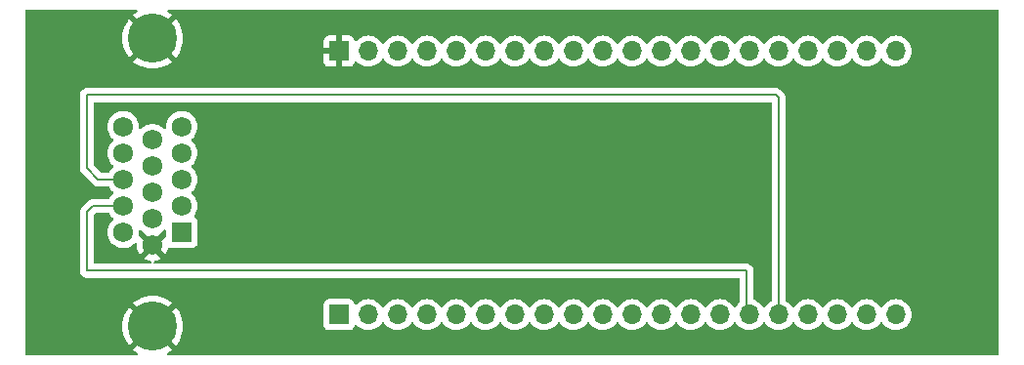
<source format=gbl>
G04 #@! TF.GenerationSoftware,KiCad,Pcbnew,8.0.9-8.0.9-0~ubuntu20.04.1*
G04 #@! TF.CreationDate,2025-04-23T19:07:15+01:00*
G04 #@! TF.ProjectId,ggroohauga-amplifier,6767726f-6f68-4617-9567-612d616d706c,rev?*
G04 #@! TF.SameCoordinates,Original*
G04 #@! TF.FileFunction,Copper,L2,Bot*
G04 #@! TF.FilePolarity,Positive*
%FSLAX46Y46*%
G04 Gerber Fmt 4.6, Leading zero omitted, Abs format (unit mm)*
G04 Created by KiCad (PCBNEW 8.0.9-8.0.9-0~ubuntu20.04.1) date 2025-04-23 19:07:15*
%MOMM*%
%LPD*%
G01*
G04 APERTURE LIST*
G04 #@! TA.AperFunction,ComponentPad*
%ADD10R,1.700000X1.700000*%
G04 #@! TD*
G04 #@! TA.AperFunction,ComponentPad*
%ADD11O,1.700000X1.700000*%
G04 #@! TD*
G04 #@! TA.AperFunction,ComponentPad*
%ADD12C,4.266000*%
G04 #@! TD*
G04 #@! TA.AperFunction,ComponentPad*
%ADD13R,1.725000X1.725000*%
G04 #@! TD*
G04 #@! TA.AperFunction,ComponentPad*
%ADD14C,1.725000*%
G04 #@! TD*
G04 #@! TA.AperFunction,Conductor*
%ADD15C,0.200000*%
G04 #@! TD*
G04 APERTURE END LIST*
D10*
X81534000Y-54610000D03*
D11*
X84074000Y-54610000D03*
X86614000Y-54610000D03*
X89154000Y-54610000D03*
X91694000Y-54610000D03*
X94234000Y-54610000D03*
X96774000Y-54610000D03*
X99314000Y-54610000D03*
X101854000Y-54610000D03*
X104394000Y-54610000D03*
X106934000Y-54610000D03*
X109474000Y-54610000D03*
X112014000Y-54610000D03*
X114554000Y-54610000D03*
X117094000Y-54610000D03*
X119634000Y-54610000D03*
X122174000Y-54610000D03*
X124714000Y-54610000D03*
X127254000Y-54610000D03*
X129794000Y-54610000D03*
D10*
X81534000Y-77470000D03*
D11*
X84074000Y-77470000D03*
X86614000Y-77470000D03*
X89154000Y-77470000D03*
X91694000Y-77470000D03*
X94234000Y-77470000D03*
X96774000Y-77470000D03*
X99314000Y-77470000D03*
X101854000Y-77470000D03*
X104394000Y-77470000D03*
X106934000Y-77470000D03*
X109474000Y-77470000D03*
X112014000Y-77470000D03*
X114554000Y-77470000D03*
X117094000Y-77470000D03*
X119634000Y-77470000D03*
X122174000Y-77470000D03*
X124714000Y-77470000D03*
X127254000Y-77470000D03*
X129794000Y-77470000D03*
D12*
X65379600Y-53494200D03*
X65379600Y-78484200D03*
D13*
X67919600Y-70319200D03*
D14*
X67919600Y-68029200D03*
X67919600Y-65739200D03*
X67919600Y-63449200D03*
X67919600Y-61159200D03*
X65379600Y-71464200D03*
X65379600Y-69174200D03*
X65379600Y-66884200D03*
X65379600Y-64594200D03*
X65379600Y-62304200D03*
X62839600Y-70319200D03*
X62839600Y-68029200D03*
X62839600Y-65739200D03*
X62839600Y-63449200D03*
X62839600Y-61159200D03*
D15*
X59690000Y-58420000D02*
X59690000Y-64770000D01*
X60665000Y-65745000D02*
X60670800Y-65739200D01*
X60670800Y-65739200D02*
X62839600Y-65739200D01*
X119634000Y-58674000D02*
X119380000Y-58420000D01*
X59690000Y-64770000D02*
X60665000Y-65745000D01*
X119634000Y-77470000D02*
X119634000Y-58674000D01*
X119380000Y-58420000D02*
X59690000Y-58420000D01*
X60240800Y-68029200D02*
X59690000Y-68580000D01*
X59690000Y-68580000D02*
X59690000Y-73660000D01*
X116840000Y-77470000D02*
X117094000Y-77470000D01*
X116840000Y-73660000D02*
X116840000Y-77470000D01*
X59690000Y-73660000D02*
X116840000Y-73660000D01*
X62839600Y-68029200D02*
X60240800Y-68029200D01*
G04 #@! TA.AperFunction,Conductor*
G36*
X118976539Y-59040185D02*
G01*
X119022294Y-59092989D01*
X119033500Y-59144500D01*
X119033500Y-76180908D01*
X119013815Y-76247947D01*
X118961914Y-76293286D01*
X118956173Y-76295963D01*
X118956169Y-76295965D01*
X118762597Y-76431505D01*
X118595505Y-76598597D01*
X118465575Y-76784158D01*
X118410998Y-76827783D01*
X118341500Y-76834977D01*
X118279145Y-76803454D01*
X118262425Y-76784158D01*
X118132494Y-76598597D01*
X117965402Y-76431506D01*
X117965395Y-76431501D01*
X117963651Y-76430280D01*
X117888518Y-76377671D01*
X117771834Y-76295967D01*
X117771830Y-76295965D01*
X117557667Y-76196099D01*
X117557663Y-76196097D01*
X117532402Y-76189328D01*
X117472745Y-76152964D01*
X117442217Y-76090117D01*
X117440500Y-76069555D01*
X117440500Y-73580945D01*
X117440500Y-73580943D01*
X117399577Y-73428216D01*
X117399573Y-73428209D01*
X117320524Y-73291290D01*
X117320518Y-73291282D01*
X117208717Y-73179481D01*
X117208709Y-73179475D01*
X117071790Y-73100426D01*
X117071786Y-73100424D01*
X117071784Y-73100423D01*
X116919057Y-73059500D01*
X116919056Y-73059500D01*
X65593865Y-73059500D01*
X65526826Y-73039815D01*
X65481071Y-72987011D01*
X65471127Y-72917853D01*
X65500152Y-72854297D01*
X65558930Y-72816523D01*
X65573456Y-72813191D01*
X65715222Y-72789534D01*
X65928781Y-72716219D01*
X65928787Y-72716217D01*
X66127372Y-72608747D01*
X66127375Y-72608745D01*
X66151676Y-72589830D01*
X65570246Y-72008400D01*
X65601542Y-72000015D01*
X65732658Y-71924315D01*
X65839715Y-71817258D01*
X65915415Y-71686142D01*
X65923800Y-71654846D01*
X66503693Y-72234740D01*
X66581987Y-72114904D01*
X66581992Y-72114896D01*
X66672692Y-71908119D01*
X66716395Y-71735543D01*
X66751935Y-71675387D01*
X66814355Y-71643995D01*
X66879934Y-71649801D01*
X66949617Y-71675791D01*
X66949616Y-71675791D01*
X66956544Y-71676535D01*
X67009227Y-71682200D01*
X68829972Y-71682199D01*
X68889583Y-71675791D01*
X69024431Y-71625496D01*
X69139646Y-71539246D01*
X69225896Y-71424031D01*
X69276191Y-71289183D01*
X69282600Y-71229573D01*
X69282599Y-69408828D01*
X69276191Y-69349217D01*
X69225896Y-69214369D01*
X69225895Y-69214368D01*
X69225893Y-69214364D01*
X69139647Y-69099155D01*
X69037361Y-69022583D01*
X68995491Y-68966649D01*
X68990507Y-68896958D01*
X69007863Y-68855497D01*
X69122431Y-68680139D01*
X69213167Y-68473282D01*
X69268618Y-68254311D01*
X69281448Y-68099478D01*
X69287271Y-68029205D01*
X69287271Y-68029194D01*
X69268618Y-67804092D01*
X69268618Y-67804089D01*
X69213167Y-67585118D01*
X69122431Y-67378261D01*
X68998885Y-67189159D01*
X68998884Y-67189157D01*
X68845901Y-67022975D01*
X68845898Y-67022972D01*
X68845895Y-67022970D01*
X68793325Y-66982052D01*
X68752513Y-66925343D01*
X68748838Y-66855570D01*
X68783470Y-66794887D01*
X68793325Y-66786347D01*
X68845898Y-66745428D01*
X68998885Y-66579241D01*
X69122431Y-66390139D01*
X69213167Y-66183282D01*
X69268618Y-65964311D01*
X69276908Y-65864261D01*
X69287271Y-65739205D01*
X69287271Y-65739194D01*
X69268618Y-65514092D01*
X69268618Y-65514089D01*
X69213167Y-65295118D01*
X69122431Y-65088261D01*
X68998885Y-64899159D01*
X68998884Y-64899157D01*
X68845901Y-64732975D01*
X68845898Y-64732972D01*
X68845895Y-64732970D01*
X68793325Y-64692052D01*
X68752513Y-64635343D01*
X68748838Y-64565570D01*
X68783470Y-64504887D01*
X68793325Y-64496347D01*
X68845898Y-64455428D01*
X68998885Y-64289241D01*
X69122431Y-64100139D01*
X69213167Y-63893282D01*
X69268618Y-63674311D01*
X69276908Y-63574261D01*
X69287271Y-63449205D01*
X69287271Y-63449194D01*
X69268618Y-63224092D01*
X69268618Y-63224089D01*
X69213167Y-63005118D01*
X69122431Y-62798261D01*
X68998885Y-62609159D01*
X68998884Y-62609157D01*
X68845901Y-62442975D01*
X68845898Y-62442972D01*
X68845895Y-62442970D01*
X68793325Y-62402052D01*
X68752513Y-62345343D01*
X68748838Y-62275570D01*
X68783470Y-62214887D01*
X68793325Y-62206347D01*
X68845898Y-62165428D01*
X68998885Y-61999241D01*
X69122431Y-61810139D01*
X69213167Y-61603282D01*
X69268618Y-61384311D01*
X69280126Y-61245429D01*
X69287271Y-61159205D01*
X69287271Y-61159194D01*
X69268618Y-60934092D01*
X69268618Y-60934089D01*
X69213167Y-60715118D01*
X69122431Y-60508261D01*
X68998885Y-60319159D01*
X68998884Y-60319157D01*
X68845901Y-60152975D01*
X68845898Y-60152972D01*
X68667642Y-60014230D01*
X68468987Y-59906723D01*
X68468979Y-59906720D01*
X68255346Y-59833379D01*
X68088241Y-59805494D01*
X68032541Y-59796200D01*
X67806659Y-59796200D01*
X67762098Y-59803635D01*
X67583853Y-59833379D01*
X67370220Y-59906720D01*
X67370212Y-59906723D01*
X67171557Y-60014230D01*
X66993301Y-60152972D01*
X66993298Y-60152975D01*
X66840315Y-60319157D01*
X66716768Y-60508261D01*
X66626033Y-60715117D01*
X66570581Y-60934092D01*
X66551929Y-61159194D01*
X66551929Y-61159200D01*
X66551932Y-61159232D01*
X66559074Y-61245430D01*
X66544992Y-61313866D01*
X66496146Y-61363825D01*
X66428045Y-61379445D01*
X66362310Y-61355767D01*
X66344268Y-61339653D01*
X66320529Y-61313866D01*
X66305898Y-61297972D01*
X66127645Y-61159232D01*
X66127643Y-61159231D01*
X66127642Y-61159230D01*
X65928987Y-61051723D01*
X65928979Y-61051720D01*
X65715346Y-60978379D01*
X65548241Y-60950494D01*
X65492541Y-60941200D01*
X65266659Y-60941200D01*
X65222098Y-60948635D01*
X65043853Y-60978379D01*
X64830220Y-61051720D01*
X64830212Y-61051723D01*
X64631557Y-61159230D01*
X64453302Y-61297971D01*
X64414930Y-61339654D01*
X64355043Y-61375643D01*
X64285204Y-61373542D01*
X64227589Y-61334016D01*
X64200489Y-61269616D01*
X64200126Y-61245429D01*
X64207271Y-61159205D01*
X64207271Y-61159194D01*
X64188618Y-60934092D01*
X64188618Y-60934089D01*
X64133167Y-60715118D01*
X64042431Y-60508261D01*
X63918885Y-60319159D01*
X63918884Y-60319157D01*
X63765901Y-60152975D01*
X63765898Y-60152972D01*
X63587642Y-60014230D01*
X63388987Y-59906723D01*
X63388979Y-59906720D01*
X63175346Y-59833379D01*
X63008241Y-59805494D01*
X62952541Y-59796200D01*
X62726659Y-59796200D01*
X62682098Y-59803635D01*
X62503853Y-59833379D01*
X62290220Y-59906720D01*
X62290212Y-59906723D01*
X62091557Y-60014230D01*
X61913301Y-60152972D01*
X61913298Y-60152975D01*
X61760315Y-60319157D01*
X61636768Y-60508261D01*
X61546033Y-60715117D01*
X61490581Y-60934092D01*
X61471929Y-61159194D01*
X61471929Y-61159205D01*
X61490581Y-61384307D01*
X61546033Y-61603282D01*
X61636768Y-61810138D01*
X61760315Y-61999242D01*
X61913298Y-62165424D01*
X61913303Y-62165429D01*
X61965874Y-62206347D01*
X62006687Y-62263058D01*
X62010360Y-62332831D01*
X61975729Y-62393514D01*
X61965874Y-62402053D01*
X61913303Y-62442970D01*
X61913298Y-62442975D01*
X61760315Y-62609157D01*
X61636768Y-62798261D01*
X61546033Y-63005117D01*
X61490581Y-63224092D01*
X61471929Y-63449194D01*
X61471929Y-63449205D01*
X61490581Y-63674307D01*
X61546033Y-63893282D01*
X61636768Y-64100138D01*
X61760315Y-64289242D01*
X61913298Y-64455424D01*
X61913303Y-64455429D01*
X61965874Y-64496347D01*
X62006687Y-64553058D01*
X62010360Y-64622831D01*
X61975729Y-64683514D01*
X61965874Y-64692053D01*
X61913303Y-64732970D01*
X61913298Y-64732975D01*
X61760315Y-64899157D01*
X61640519Y-65082521D01*
X61587373Y-65127878D01*
X61536710Y-65138700D01*
X60959297Y-65138700D01*
X60892258Y-65119015D01*
X60871616Y-65102381D01*
X60326819Y-64557584D01*
X60293334Y-64496261D01*
X60290500Y-64469903D01*
X60290500Y-59144500D01*
X60310185Y-59077461D01*
X60362989Y-59031706D01*
X60414500Y-59020500D01*
X118909500Y-59020500D01*
X118976539Y-59040185D01*
G37*
G04 #@! TD.AperFunction*
G04 #@! TA.AperFunction,Conductor*
G36*
X61603749Y-68649385D02*
G01*
X61640519Y-68685879D01*
X61760315Y-68869242D01*
X61913298Y-69035424D01*
X61913303Y-69035429D01*
X61965874Y-69076347D01*
X62006687Y-69133058D01*
X62010360Y-69202831D01*
X61975729Y-69263514D01*
X61965874Y-69272053D01*
X61913303Y-69312970D01*
X61913298Y-69312975D01*
X61760315Y-69479157D01*
X61636768Y-69668261D01*
X61546033Y-69875117D01*
X61490581Y-70094092D01*
X61471929Y-70319194D01*
X61471929Y-70319205D01*
X61490581Y-70544307D01*
X61546033Y-70763282D01*
X61636768Y-70970138D01*
X61760315Y-71159242D01*
X61913298Y-71325424D01*
X61913302Y-71325428D01*
X62091555Y-71464168D01*
X62290213Y-71571677D01*
X62401150Y-71609761D01*
X62503853Y-71645020D01*
X62503855Y-71645020D01*
X62503857Y-71645021D01*
X62726659Y-71682200D01*
X62726660Y-71682200D01*
X62952540Y-71682200D01*
X62952541Y-71682200D01*
X63175343Y-71645021D01*
X63388987Y-71571677D01*
X63587645Y-71464168D01*
X63765898Y-71325428D01*
X63804819Y-71283147D01*
X63864705Y-71247158D01*
X63934544Y-71249259D01*
X63992160Y-71288783D01*
X64019261Y-71353182D01*
X64019625Y-71377371D01*
X64012430Y-71464204D01*
X64012430Y-71464206D01*
X64031074Y-71689221D01*
X64031076Y-71689229D01*
X64086507Y-71908120D01*
X64177208Y-72114897D01*
X64255505Y-72234740D01*
X64835399Y-71654846D01*
X64843785Y-71686142D01*
X64919485Y-71817258D01*
X65026542Y-71924315D01*
X65157658Y-72000015D01*
X65188953Y-72008400D01*
X64607523Y-72589829D01*
X64631829Y-72608748D01*
X64830412Y-72716217D01*
X64830418Y-72716219D01*
X65043977Y-72789534D01*
X65185744Y-72813191D01*
X65248630Y-72843641D01*
X65285069Y-72903256D01*
X65283494Y-72973108D01*
X65244405Y-73031020D01*
X65180211Y-73058604D01*
X65165335Y-73059500D01*
X60414500Y-73059500D01*
X60347461Y-73039815D01*
X60301706Y-72987011D01*
X60290500Y-72935500D01*
X60290500Y-68880097D01*
X60310185Y-68813058D01*
X60326819Y-68792416D01*
X60453216Y-68666019D01*
X60514539Y-68632534D01*
X60540897Y-68629700D01*
X61536710Y-68629700D01*
X61603749Y-68649385D01*
G37*
G04 #@! TD.AperFunction*
G04 #@! TA.AperFunction,Conductor*
G36*
X64396888Y-70122631D02*
G01*
X64414929Y-70138744D01*
X64453302Y-70180428D01*
X64453306Y-70180431D01*
X64453308Y-70180433D01*
X64558124Y-70262015D01*
X64598937Y-70318725D01*
X64600754Y-70331800D01*
X65188953Y-70919999D01*
X65157658Y-70928385D01*
X65026542Y-71004085D01*
X64919485Y-71111142D01*
X64843785Y-71242258D01*
X64835399Y-71273552D01*
X64221776Y-70659929D01*
X64188291Y-70598606D01*
X64189126Y-70549597D01*
X64187774Y-70549372D01*
X64188618Y-70544309D01*
X64207271Y-70319205D01*
X64207271Y-70319194D01*
X64200126Y-70232970D01*
X64214207Y-70164534D01*
X64263052Y-70114575D01*
X64331153Y-70098954D01*
X64396888Y-70122631D01*
G37*
G04 #@! TD.AperFunction*
G04 #@! TA.AperFunction,Conductor*
G36*
X66471095Y-70108004D02*
G01*
X66528711Y-70147527D01*
X66555813Y-70211927D01*
X66556600Y-70225877D01*
X66556600Y-70589390D01*
X66536915Y-70656429D01*
X66520281Y-70677071D01*
X65923800Y-71273552D01*
X65915415Y-71242258D01*
X65839715Y-71111142D01*
X65732658Y-71004085D01*
X65601542Y-70928385D01*
X65570246Y-70919999D01*
X66162534Y-70327711D01*
X66168968Y-70299421D01*
X66201072Y-70262017D01*
X66305898Y-70180428D01*
X66341372Y-70141892D01*
X66401257Y-70105904D01*
X66471095Y-70108004D01*
G37*
G04 #@! TD.AperFunction*
G04 #@! TA.AperFunction,Conductor*
G36*
X64045335Y-51015385D02*
G01*
X64091090Y-51068189D01*
X64101034Y-51137347D01*
X64072009Y-51200903D01*
X64042445Y-51225817D01*
X63881157Y-51323317D01*
X63881153Y-51323320D01*
X63702354Y-51463399D01*
X63702354Y-51463400D01*
X64421003Y-52182049D01*
X64320983Y-52254719D01*
X64140119Y-52435583D01*
X64067449Y-52535603D01*
X63348800Y-51816954D01*
X63348799Y-51816954D01*
X63208720Y-51995753D01*
X63208717Y-51995757D01*
X63043936Y-52268341D01*
X63043931Y-52268351D01*
X62913199Y-52558826D01*
X62913195Y-52558837D01*
X62818436Y-52862930D01*
X62761019Y-53176251D01*
X62741787Y-53494200D01*
X62761019Y-53812148D01*
X62818436Y-54125469D01*
X62913195Y-54429562D01*
X62913199Y-54429573D01*
X63043931Y-54720048D01*
X63043936Y-54720058D01*
X63208716Y-54992640D01*
X63208726Y-54992655D01*
X63348799Y-55171444D01*
X63348800Y-55171444D01*
X64067449Y-54452795D01*
X64140119Y-54552817D01*
X64320983Y-54733681D01*
X64421003Y-54806349D01*
X63702354Y-55524998D01*
X63702354Y-55524999D01*
X63881153Y-55665079D01*
X63881160Y-55665084D01*
X64153741Y-55829863D01*
X64153751Y-55829868D01*
X64444226Y-55960600D01*
X64444237Y-55960604D01*
X64748330Y-56055363D01*
X65061651Y-56112780D01*
X65379600Y-56132012D01*
X65697548Y-56112780D01*
X66010869Y-56055363D01*
X66314962Y-55960604D01*
X66314973Y-55960600D01*
X66605448Y-55829868D01*
X66605458Y-55829863D01*
X66878039Y-55665084D01*
X66878046Y-55665079D01*
X67056844Y-55524999D01*
X67056844Y-55524998D01*
X66338196Y-54806350D01*
X66438217Y-54733681D01*
X66619081Y-54552817D01*
X66691750Y-54452796D01*
X67410398Y-55171444D01*
X67410399Y-55171444D01*
X67550479Y-54992646D01*
X67550484Y-54992639D01*
X67715263Y-54720058D01*
X67715268Y-54720048D01*
X67846000Y-54429573D01*
X67846004Y-54429562D01*
X67940763Y-54125469D01*
X67998180Y-53812148D01*
X68004228Y-53712155D01*
X80184000Y-53712155D01*
X80184000Y-54360000D01*
X81100988Y-54360000D01*
X81068075Y-54417007D01*
X81034000Y-54544174D01*
X81034000Y-54675826D01*
X81068075Y-54802993D01*
X81100988Y-54860000D01*
X80184000Y-54860000D01*
X80184000Y-55507844D01*
X80190401Y-55567372D01*
X80190403Y-55567379D01*
X80240645Y-55702086D01*
X80240649Y-55702093D01*
X80326809Y-55817187D01*
X80326812Y-55817190D01*
X80441906Y-55903350D01*
X80441913Y-55903354D01*
X80576620Y-55953596D01*
X80576627Y-55953598D01*
X80636155Y-55959999D01*
X80636172Y-55960000D01*
X81284000Y-55960000D01*
X81284000Y-55043012D01*
X81341007Y-55075925D01*
X81468174Y-55110000D01*
X81599826Y-55110000D01*
X81726993Y-55075925D01*
X81784000Y-55043012D01*
X81784000Y-55960000D01*
X82431828Y-55960000D01*
X82431844Y-55959999D01*
X82491372Y-55953598D01*
X82491379Y-55953596D01*
X82626086Y-55903354D01*
X82626093Y-55903350D01*
X82741187Y-55817190D01*
X82741190Y-55817187D01*
X82827350Y-55702093D01*
X82827354Y-55702086D01*
X82876422Y-55570529D01*
X82918293Y-55514595D01*
X82983757Y-55490178D01*
X83052030Y-55505030D01*
X83080285Y-55526181D01*
X83202599Y-55648495D01*
X83226291Y-55665084D01*
X83396165Y-55784032D01*
X83396167Y-55784033D01*
X83396170Y-55784035D01*
X83610337Y-55883903D01*
X83838592Y-55945063D01*
X84026918Y-55961539D01*
X84073999Y-55965659D01*
X84074000Y-55965659D01*
X84074001Y-55965659D01*
X84113234Y-55962226D01*
X84309408Y-55945063D01*
X84537663Y-55883903D01*
X84751830Y-55784035D01*
X84945401Y-55648495D01*
X85112495Y-55481401D01*
X85242425Y-55295842D01*
X85297002Y-55252217D01*
X85366500Y-55245023D01*
X85428855Y-55276546D01*
X85445575Y-55295842D01*
X85575500Y-55481395D01*
X85575505Y-55481401D01*
X85742599Y-55648495D01*
X85766291Y-55665084D01*
X85936165Y-55784032D01*
X85936167Y-55784033D01*
X85936170Y-55784035D01*
X86150337Y-55883903D01*
X86378592Y-55945063D01*
X86566918Y-55961539D01*
X86613999Y-55965659D01*
X86614000Y-55965659D01*
X86614001Y-55965659D01*
X86653234Y-55962226D01*
X86849408Y-55945063D01*
X87077663Y-55883903D01*
X87291830Y-55784035D01*
X87485401Y-55648495D01*
X87652495Y-55481401D01*
X87782425Y-55295842D01*
X87837002Y-55252217D01*
X87906500Y-55245023D01*
X87968855Y-55276546D01*
X87985575Y-55295842D01*
X88115500Y-55481395D01*
X88115505Y-55481401D01*
X88282599Y-55648495D01*
X88306291Y-55665084D01*
X88476165Y-55784032D01*
X88476167Y-55784033D01*
X88476170Y-55784035D01*
X88690337Y-55883903D01*
X88918592Y-55945063D01*
X89106918Y-55961539D01*
X89153999Y-55965659D01*
X89154000Y-55965659D01*
X89154001Y-55965659D01*
X89193234Y-55962226D01*
X89389408Y-55945063D01*
X89617663Y-55883903D01*
X89831830Y-55784035D01*
X90025401Y-55648495D01*
X90192495Y-55481401D01*
X90322425Y-55295842D01*
X90377002Y-55252217D01*
X90446500Y-55245023D01*
X90508855Y-55276546D01*
X90525575Y-55295842D01*
X90655500Y-55481395D01*
X90655505Y-55481401D01*
X90822599Y-55648495D01*
X90846291Y-55665084D01*
X91016165Y-55784032D01*
X91016167Y-55784033D01*
X91016170Y-55784035D01*
X91230337Y-55883903D01*
X91458592Y-55945063D01*
X91646918Y-55961539D01*
X91693999Y-55965659D01*
X91694000Y-55965659D01*
X91694001Y-55965659D01*
X91733234Y-55962226D01*
X91929408Y-55945063D01*
X92157663Y-55883903D01*
X92371830Y-55784035D01*
X92565401Y-55648495D01*
X92732495Y-55481401D01*
X92862425Y-55295842D01*
X92917002Y-55252217D01*
X92986500Y-55245023D01*
X93048855Y-55276546D01*
X93065575Y-55295842D01*
X93195500Y-55481395D01*
X93195505Y-55481401D01*
X93362599Y-55648495D01*
X93386291Y-55665084D01*
X93556165Y-55784032D01*
X93556167Y-55784033D01*
X93556170Y-55784035D01*
X93770337Y-55883903D01*
X93998592Y-55945063D01*
X94186918Y-55961539D01*
X94233999Y-55965659D01*
X94234000Y-55965659D01*
X94234001Y-55965659D01*
X94273234Y-55962226D01*
X94469408Y-55945063D01*
X94697663Y-55883903D01*
X94911830Y-55784035D01*
X95105401Y-55648495D01*
X95272495Y-55481401D01*
X95402425Y-55295842D01*
X95457002Y-55252217D01*
X95526500Y-55245023D01*
X95588855Y-55276546D01*
X95605575Y-55295842D01*
X95735500Y-55481395D01*
X95735505Y-55481401D01*
X95902599Y-55648495D01*
X95926291Y-55665084D01*
X96096165Y-55784032D01*
X96096167Y-55784033D01*
X96096170Y-55784035D01*
X96310337Y-55883903D01*
X96538592Y-55945063D01*
X96726918Y-55961539D01*
X96773999Y-55965659D01*
X96774000Y-55965659D01*
X96774001Y-55965659D01*
X96813234Y-55962226D01*
X97009408Y-55945063D01*
X97237663Y-55883903D01*
X97451830Y-55784035D01*
X97645401Y-55648495D01*
X97812495Y-55481401D01*
X97942425Y-55295842D01*
X97997002Y-55252217D01*
X98066500Y-55245023D01*
X98128855Y-55276546D01*
X98145575Y-55295842D01*
X98275500Y-55481395D01*
X98275505Y-55481401D01*
X98442599Y-55648495D01*
X98466291Y-55665084D01*
X98636165Y-55784032D01*
X98636167Y-55784033D01*
X98636170Y-55784035D01*
X98850337Y-55883903D01*
X99078592Y-55945063D01*
X99266918Y-55961539D01*
X99313999Y-55965659D01*
X99314000Y-55965659D01*
X99314001Y-55965659D01*
X99353234Y-55962226D01*
X99549408Y-55945063D01*
X99777663Y-55883903D01*
X99991830Y-55784035D01*
X100185401Y-55648495D01*
X100352495Y-55481401D01*
X100482425Y-55295842D01*
X100537002Y-55252217D01*
X100606500Y-55245023D01*
X100668855Y-55276546D01*
X100685575Y-55295842D01*
X100815500Y-55481395D01*
X100815505Y-55481401D01*
X100982599Y-55648495D01*
X101006291Y-55665084D01*
X101176165Y-55784032D01*
X101176167Y-55784033D01*
X101176170Y-55784035D01*
X101390337Y-55883903D01*
X101618592Y-55945063D01*
X101806918Y-55961539D01*
X101853999Y-55965659D01*
X101854000Y-55965659D01*
X101854001Y-55965659D01*
X101893234Y-55962226D01*
X102089408Y-55945063D01*
X102317663Y-55883903D01*
X102531830Y-55784035D01*
X102725401Y-55648495D01*
X102892495Y-55481401D01*
X103022425Y-55295842D01*
X103077002Y-55252217D01*
X103146500Y-55245023D01*
X103208855Y-55276546D01*
X103225575Y-55295842D01*
X103355500Y-55481395D01*
X103355505Y-55481401D01*
X103522599Y-55648495D01*
X103546291Y-55665084D01*
X103716165Y-55784032D01*
X103716167Y-55784033D01*
X103716170Y-55784035D01*
X103930337Y-55883903D01*
X104158592Y-55945063D01*
X104346918Y-55961539D01*
X104393999Y-55965659D01*
X104394000Y-55965659D01*
X104394001Y-55965659D01*
X104433234Y-55962226D01*
X104629408Y-55945063D01*
X104857663Y-55883903D01*
X105071830Y-55784035D01*
X105265401Y-55648495D01*
X105432495Y-55481401D01*
X105562425Y-55295842D01*
X105617002Y-55252217D01*
X105686500Y-55245023D01*
X105748855Y-55276546D01*
X105765575Y-55295842D01*
X105895500Y-55481395D01*
X105895505Y-55481401D01*
X106062599Y-55648495D01*
X106086291Y-55665084D01*
X106256165Y-55784032D01*
X106256167Y-55784033D01*
X106256170Y-55784035D01*
X106470337Y-55883903D01*
X106698592Y-55945063D01*
X106886918Y-55961539D01*
X106933999Y-55965659D01*
X106934000Y-55965659D01*
X106934001Y-55965659D01*
X106973234Y-55962226D01*
X107169408Y-55945063D01*
X107397663Y-55883903D01*
X107611830Y-55784035D01*
X107805401Y-55648495D01*
X107972495Y-55481401D01*
X108102425Y-55295842D01*
X108157002Y-55252217D01*
X108226500Y-55245023D01*
X108288855Y-55276546D01*
X108305575Y-55295842D01*
X108435500Y-55481395D01*
X108435505Y-55481401D01*
X108602599Y-55648495D01*
X108626291Y-55665084D01*
X108796165Y-55784032D01*
X108796167Y-55784033D01*
X108796170Y-55784035D01*
X109010337Y-55883903D01*
X109238592Y-55945063D01*
X109426918Y-55961539D01*
X109473999Y-55965659D01*
X109474000Y-55965659D01*
X109474001Y-55965659D01*
X109513234Y-55962226D01*
X109709408Y-55945063D01*
X109937663Y-55883903D01*
X110151830Y-55784035D01*
X110345401Y-55648495D01*
X110512495Y-55481401D01*
X110642425Y-55295842D01*
X110697002Y-55252217D01*
X110766500Y-55245023D01*
X110828855Y-55276546D01*
X110845575Y-55295842D01*
X110975500Y-55481395D01*
X110975505Y-55481401D01*
X111142599Y-55648495D01*
X111166291Y-55665084D01*
X111336165Y-55784032D01*
X111336167Y-55784033D01*
X111336170Y-55784035D01*
X111550337Y-55883903D01*
X111778592Y-55945063D01*
X111966918Y-55961539D01*
X112013999Y-55965659D01*
X112014000Y-55965659D01*
X112014001Y-55965659D01*
X112053234Y-55962226D01*
X112249408Y-55945063D01*
X112477663Y-55883903D01*
X112691830Y-55784035D01*
X112885401Y-55648495D01*
X113052495Y-55481401D01*
X113182425Y-55295842D01*
X113237002Y-55252217D01*
X113306500Y-55245023D01*
X113368855Y-55276546D01*
X113385575Y-55295842D01*
X113515500Y-55481395D01*
X113515505Y-55481401D01*
X113682599Y-55648495D01*
X113706291Y-55665084D01*
X113876165Y-55784032D01*
X113876167Y-55784033D01*
X113876170Y-55784035D01*
X114090337Y-55883903D01*
X114318592Y-55945063D01*
X114506918Y-55961539D01*
X114553999Y-55965659D01*
X114554000Y-55965659D01*
X114554001Y-55965659D01*
X114593234Y-55962226D01*
X114789408Y-55945063D01*
X115017663Y-55883903D01*
X115231830Y-55784035D01*
X115425401Y-55648495D01*
X115592495Y-55481401D01*
X115722425Y-55295842D01*
X115777002Y-55252217D01*
X115846500Y-55245023D01*
X115908855Y-55276546D01*
X115925575Y-55295842D01*
X116055500Y-55481395D01*
X116055505Y-55481401D01*
X116222599Y-55648495D01*
X116246291Y-55665084D01*
X116416165Y-55784032D01*
X116416167Y-55784033D01*
X116416170Y-55784035D01*
X116630337Y-55883903D01*
X116858592Y-55945063D01*
X117046918Y-55961539D01*
X117093999Y-55965659D01*
X117094000Y-55965659D01*
X117094001Y-55965659D01*
X117133234Y-55962226D01*
X117329408Y-55945063D01*
X117557663Y-55883903D01*
X117771830Y-55784035D01*
X117965401Y-55648495D01*
X118132495Y-55481401D01*
X118262425Y-55295842D01*
X118317002Y-55252217D01*
X118386500Y-55245023D01*
X118448855Y-55276546D01*
X118465575Y-55295842D01*
X118595500Y-55481395D01*
X118595505Y-55481401D01*
X118762599Y-55648495D01*
X118786291Y-55665084D01*
X118956165Y-55784032D01*
X118956167Y-55784033D01*
X118956170Y-55784035D01*
X119170337Y-55883903D01*
X119398592Y-55945063D01*
X119586918Y-55961539D01*
X119633999Y-55965659D01*
X119634000Y-55965659D01*
X119634001Y-55965659D01*
X119673234Y-55962226D01*
X119869408Y-55945063D01*
X120097663Y-55883903D01*
X120311830Y-55784035D01*
X120505401Y-55648495D01*
X120672495Y-55481401D01*
X120802425Y-55295842D01*
X120857002Y-55252217D01*
X120926500Y-55245023D01*
X120988855Y-55276546D01*
X121005575Y-55295842D01*
X121135500Y-55481395D01*
X121135505Y-55481401D01*
X121302599Y-55648495D01*
X121326291Y-55665084D01*
X121496165Y-55784032D01*
X121496167Y-55784033D01*
X121496170Y-55784035D01*
X121710337Y-55883903D01*
X121938592Y-55945063D01*
X122126918Y-55961539D01*
X122173999Y-55965659D01*
X122174000Y-55965659D01*
X122174001Y-55965659D01*
X122213234Y-55962226D01*
X122409408Y-55945063D01*
X122637663Y-55883903D01*
X122851830Y-55784035D01*
X123045401Y-55648495D01*
X123212495Y-55481401D01*
X123342425Y-55295842D01*
X123397002Y-55252217D01*
X123466500Y-55245023D01*
X123528855Y-55276546D01*
X123545575Y-55295842D01*
X123675500Y-55481395D01*
X123675505Y-55481401D01*
X123842599Y-55648495D01*
X123866291Y-55665084D01*
X124036165Y-55784032D01*
X124036167Y-55784033D01*
X124036170Y-55784035D01*
X124250337Y-55883903D01*
X124478592Y-55945063D01*
X124666918Y-55961539D01*
X124713999Y-55965659D01*
X124714000Y-55965659D01*
X124714001Y-55965659D01*
X124753234Y-55962226D01*
X124949408Y-55945063D01*
X125177663Y-55883903D01*
X125391830Y-55784035D01*
X125585401Y-55648495D01*
X125752495Y-55481401D01*
X125882425Y-55295842D01*
X125937002Y-55252217D01*
X126006500Y-55245023D01*
X126068855Y-55276546D01*
X126085575Y-55295842D01*
X126215500Y-55481395D01*
X126215505Y-55481401D01*
X126382599Y-55648495D01*
X126406291Y-55665084D01*
X126576165Y-55784032D01*
X126576167Y-55784033D01*
X126576170Y-55784035D01*
X126790337Y-55883903D01*
X127018592Y-55945063D01*
X127206918Y-55961539D01*
X127253999Y-55965659D01*
X127254000Y-55965659D01*
X127254001Y-55965659D01*
X127293234Y-55962226D01*
X127489408Y-55945063D01*
X127717663Y-55883903D01*
X127931830Y-55784035D01*
X128125401Y-55648495D01*
X128292495Y-55481401D01*
X128422425Y-55295842D01*
X128477002Y-55252217D01*
X128546500Y-55245023D01*
X128608855Y-55276546D01*
X128625575Y-55295842D01*
X128755500Y-55481395D01*
X128755505Y-55481401D01*
X128922599Y-55648495D01*
X128946291Y-55665084D01*
X129116165Y-55784032D01*
X129116167Y-55784033D01*
X129116170Y-55784035D01*
X129330337Y-55883903D01*
X129558592Y-55945063D01*
X129746918Y-55961539D01*
X129793999Y-55965659D01*
X129794000Y-55965659D01*
X129794001Y-55965659D01*
X129833234Y-55962226D01*
X130029408Y-55945063D01*
X130257663Y-55883903D01*
X130471830Y-55784035D01*
X130665401Y-55648495D01*
X130832495Y-55481401D01*
X130968035Y-55287830D01*
X131067903Y-55073663D01*
X131129063Y-54845408D01*
X131149659Y-54610000D01*
X131129063Y-54374592D01*
X131067903Y-54146337D01*
X130968035Y-53932171D01*
X130962425Y-53924158D01*
X130832494Y-53738597D01*
X130665402Y-53571506D01*
X130665395Y-53571501D01*
X130471834Y-53435967D01*
X130471830Y-53435965D01*
X130400727Y-53402809D01*
X130257663Y-53336097D01*
X130257659Y-53336096D01*
X130257655Y-53336094D01*
X130029413Y-53274938D01*
X130029403Y-53274936D01*
X129794001Y-53254341D01*
X129793999Y-53254341D01*
X129558596Y-53274936D01*
X129558586Y-53274938D01*
X129330344Y-53336094D01*
X129330335Y-53336098D01*
X129116171Y-53435964D01*
X129116169Y-53435965D01*
X128922597Y-53571505D01*
X128755505Y-53738597D01*
X128625575Y-53924158D01*
X128570998Y-53967783D01*
X128501500Y-53974977D01*
X128439145Y-53943454D01*
X128422425Y-53924158D01*
X128292494Y-53738597D01*
X128125402Y-53571506D01*
X128125395Y-53571501D01*
X127931834Y-53435967D01*
X127931830Y-53435965D01*
X127860727Y-53402809D01*
X127717663Y-53336097D01*
X127717659Y-53336096D01*
X127717655Y-53336094D01*
X127489413Y-53274938D01*
X127489403Y-53274936D01*
X127254001Y-53254341D01*
X127253999Y-53254341D01*
X127018596Y-53274936D01*
X127018586Y-53274938D01*
X126790344Y-53336094D01*
X126790335Y-53336098D01*
X126576171Y-53435964D01*
X126576169Y-53435965D01*
X126382597Y-53571505D01*
X126215505Y-53738597D01*
X126085575Y-53924158D01*
X126030998Y-53967783D01*
X125961500Y-53974977D01*
X125899145Y-53943454D01*
X125882425Y-53924158D01*
X125752494Y-53738597D01*
X125585402Y-53571506D01*
X125585395Y-53571501D01*
X125391834Y-53435967D01*
X125391830Y-53435965D01*
X125320727Y-53402809D01*
X125177663Y-53336097D01*
X125177659Y-53336096D01*
X125177655Y-53336094D01*
X124949413Y-53274938D01*
X124949403Y-53274936D01*
X124714001Y-53254341D01*
X124713999Y-53254341D01*
X124478596Y-53274936D01*
X124478586Y-53274938D01*
X124250344Y-53336094D01*
X124250335Y-53336098D01*
X124036171Y-53435964D01*
X124036169Y-53435965D01*
X123842597Y-53571505D01*
X123675505Y-53738597D01*
X123545575Y-53924158D01*
X123490998Y-53967783D01*
X123421500Y-53974977D01*
X123359145Y-53943454D01*
X123342425Y-53924158D01*
X123212494Y-53738597D01*
X123045402Y-53571506D01*
X123045395Y-53571501D01*
X122851834Y-53435967D01*
X122851830Y-53435965D01*
X122780727Y-53402809D01*
X122637663Y-53336097D01*
X122637659Y-53336096D01*
X122637655Y-53336094D01*
X122409413Y-53274938D01*
X122409403Y-53274936D01*
X122174001Y-53254341D01*
X122173999Y-53254341D01*
X121938596Y-53274936D01*
X121938586Y-53274938D01*
X121710344Y-53336094D01*
X121710335Y-53336098D01*
X121496171Y-53435964D01*
X121496169Y-53435965D01*
X121302597Y-53571505D01*
X121135505Y-53738597D01*
X121005575Y-53924158D01*
X120950998Y-53967783D01*
X120881500Y-53974977D01*
X120819145Y-53943454D01*
X120802425Y-53924158D01*
X120672494Y-53738597D01*
X120505402Y-53571506D01*
X120505395Y-53571501D01*
X120311834Y-53435967D01*
X120311830Y-53435965D01*
X120240727Y-53402809D01*
X120097663Y-53336097D01*
X120097659Y-53336096D01*
X120097655Y-53336094D01*
X119869413Y-53274938D01*
X119869403Y-53274936D01*
X119634001Y-53254341D01*
X119633999Y-53254341D01*
X119398596Y-53274936D01*
X119398586Y-53274938D01*
X119170344Y-53336094D01*
X119170335Y-53336098D01*
X118956171Y-53435964D01*
X118956169Y-53435965D01*
X118762597Y-53571505D01*
X118595505Y-53738597D01*
X118465575Y-53924158D01*
X118410998Y-53967783D01*
X118341500Y-53974977D01*
X118279145Y-53943454D01*
X118262425Y-53924158D01*
X118132494Y-53738597D01*
X117965402Y-53571506D01*
X117965395Y-53571501D01*
X117771834Y-53435967D01*
X117771830Y-53435965D01*
X117700727Y-53402809D01*
X117557663Y-53336097D01*
X117557659Y-53336096D01*
X117557655Y-53336094D01*
X117329413Y-53274938D01*
X117329403Y-53274936D01*
X117094001Y-53254341D01*
X117093999Y-53254341D01*
X116858596Y-53274936D01*
X116858586Y-53274938D01*
X116630344Y-53336094D01*
X116630335Y-53336098D01*
X116416171Y-53435964D01*
X116416169Y-53435965D01*
X116222597Y-53571505D01*
X116055505Y-53738597D01*
X115925575Y-53924158D01*
X115870998Y-53967783D01*
X115801500Y-53974977D01*
X115739145Y-53943454D01*
X115722425Y-53924158D01*
X115592494Y-53738597D01*
X115425402Y-53571506D01*
X115425395Y-53571501D01*
X115231834Y-53435967D01*
X115231830Y-53435965D01*
X115160727Y-53402809D01*
X115017663Y-53336097D01*
X115017659Y-53336096D01*
X115017655Y-53336094D01*
X114789413Y-53274938D01*
X114789403Y-53274936D01*
X114554001Y-53254341D01*
X114553999Y-53254341D01*
X114318596Y-53274936D01*
X114318586Y-53274938D01*
X114090344Y-53336094D01*
X114090335Y-53336098D01*
X113876171Y-53435964D01*
X113876169Y-53435965D01*
X113682597Y-53571505D01*
X113515505Y-53738597D01*
X113385575Y-53924158D01*
X113330998Y-53967783D01*
X113261500Y-53974977D01*
X113199145Y-53943454D01*
X113182425Y-53924158D01*
X113052494Y-53738597D01*
X112885402Y-53571506D01*
X112885395Y-53571501D01*
X112691834Y-53435967D01*
X112691830Y-53435965D01*
X112620727Y-53402809D01*
X112477663Y-53336097D01*
X112477659Y-53336096D01*
X112477655Y-53336094D01*
X112249413Y-53274938D01*
X112249403Y-53274936D01*
X112014001Y-53254341D01*
X112013999Y-53254341D01*
X111778596Y-53274936D01*
X111778586Y-53274938D01*
X111550344Y-53336094D01*
X111550335Y-53336098D01*
X111336171Y-53435964D01*
X111336169Y-53435965D01*
X111142597Y-53571505D01*
X110975505Y-53738597D01*
X110845575Y-53924158D01*
X110790998Y-53967783D01*
X110721500Y-53974977D01*
X110659145Y-53943454D01*
X110642425Y-53924158D01*
X110512494Y-53738597D01*
X110345402Y-53571506D01*
X110345395Y-53571501D01*
X110151834Y-53435967D01*
X110151830Y-53435965D01*
X110080727Y-53402809D01*
X109937663Y-53336097D01*
X109937659Y-53336096D01*
X109937655Y-53336094D01*
X109709413Y-53274938D01*
X109709403Y-53274936D01*
X109474001Y-53254341D01*
X109473999Y-53254341D01*
X109238596Y-53274936D01*
X109238586Y-53274938D01*
X109010344Y-53336094D01*
X109010335Y-53336098D01*
X108796171Y-53435964D01*
X108796169Y-53435965D01*
X108602597Y-53571505D01*
X108435505Y-53738597D01*
X108305575Y-53924158D01*
X108250998Y-53967783D01*
X108181500Y-53974977D01*
X108119145Y-53943454D01*
X108102425Y-53924158D01*
X107972494Y-53738597D01*
X107805402Y-53571506D01*
X107805395Y-53571501D01*
X107611834Y-53435967D01*
X107611830Y-53435965D01*
X107540727Y-53402809D01*
X107397663Y-53336097D01*
X107397659Y-53336096D01*
X107397655Y-53336094D01*
X107169413Y-53274938D01*
X107169403Y-53274936D01*
X106934001Y-53254341D01*
X106933999Y-53254341D01*
X106698596Y-53274936D01*
X106698586Y-53274938D01*
X106470344Y-53336094D01*
X106470335Y-53336098D01*
X106256171Y-53435964D01*
X106256169Y-53435965D01*
X106062597Y-53571505D01*
X105895505Y-53738597D01*
X105765575Y-53924158D01*
X105710998Y-53967783D01*
X105641500Y-53974977D01*
X105579145Y-53943454D01*
X105562425Y-53924158D01*
X105432494Y-53738597D01*
X105265402Y-53571506D01*
X105265395Y-53571501D01*
X105071834Y-53435967D01*
X105071830Y-53435965D01*
X105000727Y-53402809D01*
X104857663Y-53336097D01*
X104857659Y-53336096D01*
X104857655Y-53336094D01*
X104629413Y-53274938D01*
X104629403Y-53274936D01*
X104394001Y-53254341D01*
X104393999Y-53254341D01*
X104158596Y-53274936D01*
X104158586Y-53274938D01*
X103930344Y-53336094D01*
X103930335Y-53336098D01*
X103716171Y-53435964D01*
X103716169Y-53435965D01*
X103522597Y-53571505D01*
X103355505Y-53738597D01*
X103225575Y-53924158D01*
X103170998Y-53967783D01*
X103101500Y-53974977D01*
X103039145Y-53943454D01*
X103022425Y-53924158D01*
X102892494Y-53738597D01*
X102725402Y-53571506D01*
X102725395Y-53571501D01*
X102531834Y-53435967D01*
X102531830Y-53435965D01*
X102460727Y-53402809D01*
X102317663Y-53336097D01*
X102317659Y-53336096D01*
X102317655Y-53336094D01*
X102089413Y-53274938D01*
X102089403Y-53274936D01*
X101854001Y-53254341D01*
X101853999Y-53254341D01*
X101618596Y-53274936D01*
X101618586Y-53274938D01*
X101390344Y-53336094D01*
X101390335Y-53336098D01*
X101176171Y-53435964D01*
X101176169Y-53435965D01*
X100982597Y-53571505D01*
X100815505Y-53738597D01*
X100685575Y-53924158D01*
X100630998Y-53967783D01*
X100561500Y-53974977D01*
X100499145Y-53943454D01*
X100482425Y-53924158D01*
X100352494Y-53738597D01*
X100185402Y-53571506D01*
X100185395Y-53571501D01*
X99991834Y-53435967D01*
X99991830Y-53435965D01*
X99920727Y-53402809D01*
X99777663Y-53336097D01*
X99777659Y-53336096D01*
X99777655Y-53336094D01*
X99549413Y-53274938D01*
X99549403Y-53274936D01*
X99314001Y-53254341D01*
X99313999Y-53254341D01*
X99078596Y-53274936D01*
X99078586Y-53274938D01*
X98850344Y-53336094D01*
X98850335Y-53336098D01*
X98636171Y-53435964D01*
X98636169Y-53435965D01*
X98442597Y-53571505D01*
X98275505Y-53738597D01*
X98145575Y-53924158D01*
X98090998Y-53967783D01*
X98021500Y-53974977D01*
X97959145Y-53943454D01*
X97942425Y-53924158D01*
X97812494Y-53738597D01*
X97645402Y-53571506D01*
X97645395Y-53571501D01*
X97451834Y-53435967D01*
X97451830Y-53435965D01*
X97380727Y-53402809D01*
X97237663Y-53336097D01*
X97237659Y-53336096D01*
X97237655Y-53336094D01*
X97009413Y-53274938D01*
X97009403Y-53274936D01*
X96774001Y-53254341D01*
X96773999Y-53254341D01*
X96538596Y-53274936D01*
X96538586Y-53274938D01*
X96310344Y-53336094D01*
X96310335Y-53336098D01*
X96096171Y-53435964D01*
X96096169Y-53435965D01*
X95902597Y-53571505D01*
X95735505Y-53738597D01*
X95605575Y-53924158D01*
X95550998Y-53967783D01*
X95481500Y-53974977D01*
X95419145Y-53943454D01*
X95402425Y-53924158D01*
X95272494Y-53738597D01*
X95105402Y-53571506D01*
X95105395Y-53571501D01*
X94911834Y-53435967D01*
X94911830Y-53435965D01*
X94840727Y-53402809D01*
X94697663Y-53336097D01*
X94697659Y-53336096D01*
X94697655Y-53336094D01*
X94469413Y-53274938D01*
X94469403Y-53274936D01*
X94234001Y-53254341D01*
X94233999Y-53254341D01*
X93998596Y-53274936D01*
X93998586Y-53274938D01*
X93770344Y-53336094D01*
X93770335Y-53336098D01*
X93556171Y-53435964D01*
X93556169Y-53435965D01*
X93362597Y-53571505D01*
X93195505Y-53738597D01*
X93065575Y-53924158D01*
X93010998Y-53967783D01*
X92941500Y-53974977D01*
X92879145Y-53943454D01*
X92862425Y-53924158D01*
X92732494Y-53738597D01*
X92565402Y-53571506D01*
X92565395Y-53571501D01*
X92371834Y-53435967D01*
X92371830Y-53435965D01*
X92300727Y-53402809D01*
X92157663Y-53336097D01*
X92157659Y-53336096D01*
X92157655Y-53336094D01*
X91929413Y-53274938D01*
X91929403Y-53274936D01*
X91694001Y-53254341D01*
X91693999Y-53254341D01*
X91458596Y-53274936D01*
X91458586Y-53274938D01*
X91230344Y-53336094D01*
X91230335Y-53336098D01*
X91016171Y-53435964D01*
X91016169Y-53435965D01*
X90822597Y-53571505D01*
X90655505Y-53738597D01*
X90525575Y-53924158D01*
X90470998Y-53967783D01*
X90401500Y-53974977D01*
X90339145Y-53943454D01*
X90322425Y-53924158D01*
X90192494Y-53738597D01*
X90025402Y-53571506D01*
X90025395Y-53571501D01*
X89831834Y-53435967D01*
X89831830Y-53435965D01*
X89760727Y-53402809D01*
X89617663Y-53336097D01*
X89617659Y-53336096D01*
X89617655Y-53336094D01*
X89389413Y-53274938D01*
X89389403Y-53274936D01*
X89154001Y-53254341D01*
X89153999Y-53254341D01*
X88918596Y-53274936D01*
X88918586Y-53274938D01*
X88690344Y-53336094D01*
X88690335Y-53336098D01*
X88476171Y-53435964D01*
X88476169Y-53435965D01*
X88282597Y-53571505D01*
X88115505Y-53738597D01*
X87985575Y-53924158D01*
X87930998Y-53967783D01*
X87861500Y-53974977D01*
X87799145Y-53943454D01*
X87782425Y-53924158D01*
X87652494Y-53738597D01*
X87485402Y-53571506D01*
X87485395Y-53571501D01*
X87291834Y-53435967D01*
X87291830Y-53435965D01*
X87220727Y-53402809D01*
X87077663Y-53336097D01*
X87077659Y-53336096D01*
X87077655Y-53336094D01*
X86849413Y-53274938D01*
X86849403Y-53274936D01*
X86614001Y-53254341D01*
X86613999Y-53254341D01*
X86378596Y-53274936D01*
X86378586Y-53274938D01*
X86150344Y-53336094D01*
X86150335Y-53336098D01*
X85936171Y-53435964D01*
X85936169Y-53435965D01*
X85742597Y-53571505D01*
X85575505Y-53738597D01*
X85445575Y-53924158D01*
X85390998Y-53967783D01*
X85321500Y-53974977D01*
X85259145Y-53943454D01*
X85242425Y-53924158D01*
X85112494Y-53738597D01*
X84945402Y-53571506D01*
X84945395Y-53571501D01*
X84751834Y-53435967D01*
X84751830Y-53435965D01*
X84680727Y-53402809D01*
X84537663Y-53336097D01*
X84537659Y-53336096D01*
X84537655Y-53336094D01*
X84309413Y-53274938D01*
X84309403Y-53274936D01*
X84074001Y-53254341D01*
X84073999Y-53254341D01*
X83838596Y-53274936D01*
X83838586Y-53274938D01*
X83610344Y-53336094D01*
X83610335Y-53336098D01*
X83396171Y-53435964D01*
X83396169Y-53435965D01*
X83202600Y-53571503D01*
X83080284Y-53693819D01*
X83018961Y-53727303D01*
X82949269Y-53722319D01*
X82893336Y-53680447D01*
X82876421Y-53649470D01*
X82827354Y-53517913D01*
X82827350Y-53517906D01*
X82741190Y-53402812D01*
X82741187Y-53402809D01*
X82626093Y-53316649D01*
X82626086Y-53316645D01*
X82491379Y-53266403D01*
X82491372Y-53266401D01*
X82431844Y-53260000D01*
X81784000Y-53260000D01*
X81784000Y-54176988D01*
X81726993Y-54144075D01*
X81599826Y-54110000D01*
X81468174Y-54110000D01*
X81341007Y-54144075D01*
X81284000Y-54176988D01*
X81284000Y-53260000D01*
X80636155Y-53260000D01*
X80576627Y-53266401D01*
X80576620Y-53266403D01*
X80441913Y-53316645D01*
X80441906Y-53316649D01*
X80326812Y-53402809D01*
X80326809Y-53402812D01*
X80240649Y-53517906D01*
X80240645Y-53517913D01*
X80190403Y-53652620D01*
X80190401Y-53652627D01*
X80184000Y-53712155D01*
X68004228Y-53712155D01*
X68017412Y-53494200D01*
X67998180Y-53176251D01*
X67940763Y-52862930D01*
X67846004Y-52558837D01*
X67846000Y-52558826D01*
X67715268Y-52268351D01*
X67715263Y-52268341D01*
X67550484Y-51995760D01*
X67550479Y-51995753D01*
X67410398Y-51816954D01*
X66691749Y-52535602D01*
X66619081Y-52435583D01*
X66438217Y-52254719D01*
X66338195Y-52182049D01*
X67056844Y-51463400D01*
X67056844Y-51463399D01*
X66878055Y-51323326D01*
X66878040Y-51323316D01*
X66716755Y-51225817D01*
X66669567Y-51174290D01*
X66657728Y-51105430D01*
X66684996Y-51041102D01*
X66742715Y-51001727D01*
X66780904Y-50995700D01*
X138592900Y-50995700D01*
X138659939Y-51015385D01*
X138705694Y-51068189D01*
X138716900Y-51119700D01*
X138716900Y-80858700D01*
X138697215Y-80925739D01*
X138644411Y-80971494D01*
X138592900Y-80982700D01*
X66780904Y-80982700D01*
X66713865Y-80963015D01*
X66668110Y-80910211D01*
X66658166Y-80841053D01*
X66687191Y-80777497D01*
X66716755Y-80752583D01*
X66878039Y-80655084D01*
X66878046Y-80655079D01*
X67056844Y-80514999D01*
X67056844Y-80514998D01*
X66338196Y-79796350D01*
X66438217Y-79723681D01*
X66619081Y-79542817D01*
X66691750Y-79442796D01*
X67410398Y-80161444D01*
X67410399Y-80161444D01*
X67550479Y-79982646D01*
X67550484Y-79982639D01*
X67715263Y-79710058D01*
X67715268Y-79710048D01*
X67846000Y-79419573D01*
X67846004Y-79419562D01*
X67940763Y-79115469D01*
X67998180Y-78802148D01*
X68017412Y-78484200D01*
X67998180Y-78166251D01*
X67940763Y-77852930D01*
X67846004Y-77548837D01*
X67846000Y-77548826D01*
X67715268Y-77258351D01*
X67715263Y-77258341D01*
X67550484Y-76985760D01*
X67550479Y-76985753D01*
X67410398Y-76806954D01*
X66691749Y-77525602D01*
X66619081Y-77425583D01*
X66438217Y-77244719D01*
X66338195Y-77172049D01*
X67056844Y-76453400D01*
X67056844Y-76453399D01*
X66878055Y-76313326D01*
X66878040Y-76313316D01*
X66605458Y-76148536D01*
X66605448Y-76148531D01*
X66314973Y-76017799D01*
X66314962Y-76017795D01*
X66010869Y-75923036D01*
X65697548Y-75865619D01*
X65379600Y-75846387D01*
X65061651Y-75865619D01*
X64748330Y-75923036D01*
X64444237Y-76017795D01*
X64444226Y-76017799D01*
X64153751Y-76148531D01*
X64153741Y-76148536D01*
X63881157Y-76313317D01*
X63881153Y-76313320D01*
X63702354Y-76453399D01*
X63702354Y-76453400D01*
X64421003Y-77172049D01*
X64320983Y-77244719D01*
X64140119Y-77425583D01*
X64067449Y-77525603D01*
X63348800Y-76806954D01*
X63348799Y-76806954D01*
X63208720Y-76985753D01*
X63208717Y-76985757D01*
X63043936Y-77258341D01*
X63043931Y-77258351D01*
X62913199Y-77548826D01*
X62913195Y-77548837D01*
X62818436Y-77852930D01*
X62761019Y-78166251D01*
X62741787Y-78484200D01*
X62761019Y-78802148D01*
X62818436Y-79115469D01*
X62913195Y-79419562D01*
X62913199Y-79419573D01*
X63043931Y-79710048D01*
X63043936Y-79710058D01*
X63208716Y-79982640D01*
X63208726Y-79982655D01*
X63348799Y-80161444D01*
X63348800Y-80161444D01*
X64067449Y-79442795D01*
X64140119Y-79542817D01*
X64320983Y-79723681D01*
X64421003Y-79796349D01*
X63702354Y-80514998D01*
X63702354Y-80514999D01*
X63881153Y-80655079D01*
X63881160Y-80655084D01*
X64042445Y-80752583D01*
X64089633Y-80804110D01*
X64101472Y-80872970D01*
X64074204Y-80937298D01*
X64016485Y-80976673D01*
X63978296Y-80982700D01*
X54497900Y-80982700D01*
X54430861Y-80963015D01*
X54385106Y-80910211D01*
X54373900Y-80858700D01*
X54373900Y-64849054D01*
X59089498Y-64849054D01*
X59130422Y-65001783D01*
X59151494Y-65038280D01*
X59151496Y-65038283D01*
X59209479Y-65138714D01*
X59209481Y-65138717D01*
X59328349Y-65257585D01*
X59328355Y-65257590D01*
X60184481Y-66113716D01*
X60296284Y-66225519D01*
X60433215Y-66304577D01*
X60585943Y-66345501D01*
X60585946Y-66345501D01*
X60744056Y-66345501D01*
X60744057Y-66345501D01*
X60747251Y-66344644D01*
X60749940Y-66343925D01*
X60782032Y-66339700D01*
X61536710Y-66339700D01*
X61603749Y-66359385D01*
X61640519Y-66395879D01*
X61760315Y-66579242D01*
X61913298Y-66745424D01*
X61913303Y-66745429D01*
X61965874Y-66786347D01*
X62006687Y-66843058D01*
X62010360Y-66912831D01*
X61975729Y-66973514D01*
X61965874Y-66982053D01*
X61913303Y-67022970D01*
X61913298Y-67022975D01*
X61760315Y-67189157D01*
X61640519Y-67372521D01*
X61587373Y-67417878D01*
X61536710Y-67428700D01*
X60327469Y-67428700D01*
X60327453Y-67428699D01*
X60319857Y-67428699D01*
X60161743Y-67428699D01*
X60054387Y-67457465D01*
X60009010Y-67469624D01*
X60009009Y-67469625D01*
X59958896Y-67498559D01*
X59958895Y-67498560D01*
X59915489Y-67523620D01*
X59872085Y-67548679D01*
X59872082Y-67548681D01*
X59209481Y-68211282D01*
X59209475Y-68211290D01*
X59169203Y-68281045D01*
X59169203Y-68281047D01*
X59130423Y-68348214D01*
X59130423Y-68348215D01*
X59089499Y-68500943D01*
X59089499Y-68500945D01*
X59089499Y-68669046D01*
X59089500Y-68669059D01*
X59089500Y-73739056D01*
X59130423Y-73891783D01*
X59130426Y-73891790D01*
X59209475Y-74028709D01*
X59209479Y-74028714D01*
X59209480Y-74028716D01*
X59321284Y-74140520D01*
X59321286Y-74140521D01*
X59321290Y-74140524D01*
X59458209Y-74219573D01*
X59458216Y-74219577D01*
X59610943Y-74260500D01*
X116115500Y-74260500D01*
X116182539Y-74280185D01*
X116228294Y-74332989D01*
X116239500Y-74384500D01*
X116239500Y-76363241D01*
X116219815Y-76430280D01*
X116203181Y-76450922D01*
X116055505Y-76598597D01*
X115925575Y-76784158D01*
X115870998Y-76827783D01*
X115801500Y-76834977D01*
X115739145Y-76803454D01*
X115722425Y-76784158D01*
X115592494Y-76598597D01*
X115425402Y-76431506D01*
X115425395Y-76431501D01*
X115423651Y-76430280D01*
X115348518Y-76377671D01*
X115231834Y-76295967D01*
X115231830Y-76295965D01*
X115226085Y-76293286D01*
X115017663Y-76196097D01*
X115017659Y-76196096D01*
X115017655Y-76196094D01*
X114789413Y-76134938D01*
X114789403Y-76134936D01*
X114554001Y-76114341D01*
X114553999Y-76114341D01*
X114318596Y-76134936D01*
X114318586Y-76134938D01*
X114090344Y-76196094D01*
X114090335Y-76196098D01*
X113876171Y-76295964D01*
X113876169Y-76295965D01*
X113682597Y-76431505D01*
X113515505Y-76598597D01*
X113385575Y-76784158D01*
X113330998Y-76827783D01*
X113261500Y-76834977D01*
X113199145Y-76803454D01*
X113182425Y-76784158D01*
X113052494Y-76598597D01*
X112885402Y-76431506D01*
X112885395Y-76431501D01*
X112883651Y-76430280D01*
X112808518Y-76377671D01*
X112691834Y-76295967D01*
X112691830Y-76295965D01*
X112686085Y-76293286D01*
X112477663Y-76196097D01*
X112477659Y-76196096D01*
X112477655Y-76196094D01*
X112249413Y-76134938D01*
X112249403Y-76134936D01*
X112014001Y-76114341D01*
X112013999Y-76114341D01*
X111778596Y-76134936D01*
X111778586Y-76134938D01*
X111550344Y-76196094D01*
X111550335Y-76196098D01*
X111336171Y-76295964D01*
X111336169Y-76295965D01*
X111142597Y-76431505D01*
X110975505Y-76598597D01*
X110845575Y-76784158D01*
X110790998Y-76827783D01*
X110721500Y-76834977D01*
X110659145Y-76803454D01*
X110642425Y-76784158D01*
X110512494Y-76598597D01*
X110345402Y-76431506D01*
X110345395Y-76431501D01*
X110343651Y-76430280D01*
X110268518Y-76377671D01*
X110151834Y-76295967D01*
X110151830Y-76295965D01*
X110146085Y-76293286D01*
X109937663Y-76196097D01*
X109937659Y-76196096D01*
X109937655Y-76196094D01*
X109709413Y-76134938D01*
X109709403Y-76134936D01*
X109474001Y-76114341D01*
X109473999Y-76114341D01*
X109238596Y-76134936D01*
X109238586Y-76134938D01*
X109010344Y-76196094D01*
X109010335Y-76196098D01*
X108796171Y-76295964D01*
X108796169Y-76295965D01*
X108602597Y-76431505D01*
X108435505Y-76598597D01*
X108305575Y-76784158D01*
X108250998Y-76827783D01*
X108181500Y-76834977D01*
X108119145Y-76803454D01*
X108102425Y-76784158D01*
X107972494Y-76598597D01*
X107805402Y-76431506D01*
X107805395Y-76431501D01*
X107803651Y-76430280D01*
X107728518Y-76377671D01*
X107611834Y-76295967D01*
X107611830Y-76295965D01*
X107606085Y-76293286D01*
X107397663Y-76196097D01*
X107397659Y-76196096D01*
X107397655Y-76196094D01*
X107169413Y-76134938D01*
X107169403Y-76134936D01*
X106934001Y-76114341D01*
X106933999Y-76114341D01*
X106698596Y-76134936D01*
X106698586Y-76134938D01*
X106470344Y-76196094D01*
X106470335Y-76196098D01*
X106256171Y-76295964D01*
X106256169Y-76295965D01*
X106062597Y-76431505D01*
X105895505Y-76598597D01*
X105765575Y-76784158D01*
X105710998Y-76827783D01*
X105641500Y-76834977D01*
X105579145Y-76803454D01*
X105562425Y-76784158D01*
X105432494Y-76598597D01*
X105265402Y-76431506D01*
X105265395Y-76431501D01*
X105263651Y-76430280D01*
X105188518Y-76377671D01*
X105071834Y-76295967D01*
X105071830Y-76295965D01*
X105066085Y-76293286D01*
X104857663Y-76196097D01*
X104857659Y-76196096D01*
X104857655Y-76196094D01*
X104629413Y-76134938D01*
X104629403Y-76134936D01*
X104394001Y-76114341D01*
X104393999Y-76114341D01*
X104158596Y-76134936D01*
X104158586Y-76134938D01*
X103930344Y-76196094D01*
X103930335Y-76196098D01*
X103716171Y-76295964D01*
X103716169Y-76295965D01*
X103522597Y-76431505D01*
X103355505Y-76598597D01*
X103225575Y-76784158D01*
X103170998Y-76827783D01*
X103101500Y-76834977D01*
X103039145Y-76803454D01*
X103022425Y-76784158D01*
X102892494Y-76598597D01*
X102725402Y-76431506D01*
X102725395Y-76431501D01*
X102723651Y-76430280D01*
X102648518Y-76377671D01*
X102531834Y-76295967D01*
X102531830Y-76295965D01*
X102526085Y-76293286D01*
X102317663Y-76196097D01*
X102317659Y-76196096D01*
X102317655Y-76196094D01*
X102089413Y-76134938D01*
X102089403Y-76134936D01*
X101854001Y-76114341D01*
X101853999Y-76114341D01*
X101618596Y-76134936D01*
X101618586Y-76134938D01*
X101390344Y-76196094D01*
X101390335Y-76196098D01*
X101176171Y-76295964D01*
X101176169Y-76295965D01*
X100982597Y-76431505D01*
X100815505Y-76598597D01*
X100685575Y-76784158D01*
X100630998Y-76827783D01*
X100561500Y-76834977D01*
X100499145Y-76803454D01*
X100482425Y-76784158D01*
X100352494Y-76598597D01*
X100185402Y-76431506D01*
X100185395Y-76431501D01*
X100183651Y-76430280D01*
X100108518Y-76377671D01*
X99991834Y-76295967D01*
X99991830Y-76295965D01*
X99986085Y-76293286D01*
X99777663Y-76196097D01*
X99777659Y-76196096D01*
X99777655Y-76196094D01*
X99549413Y-76134938D01*
X99549403Y-76134936D01*
X99314001Y-76114341D01*
X99313999Y-76114341D01*
X99078596Y-76134936D01*
X99078586Y-76134938D01*
X98850344Y-76196094D01*
X98850335Y-76196098D01*
X98636171Y-76295964D01*
X98636169Y-76295965D01*
X98442597Y-76431505D01*
X98275505Y-76598597D01*
X98145575Y-76784158D01*
X98090998Y-76827783D01*
X98021500Y-76834977D01*
X97959145Y-76803454D01*
X97942425Y-76784158D01*
X97812494Y-76598597D01*
X97645402Y-76431506D01*
X97645395Y-76431501D01*
X97643651Y-76430280D01*
X97568518Y-76377671D01*
X97451834Y-76295967D01*
X97451830Y-76295965D01*
X97446085Y-76293286D01*
X97237663Y-76196097D01*
X97237659Y-76196096D01*
X97237655Y-76196094D01*
X97009413Y-76134938D01*
X97009403Y-76134936D01*
X96774001Y-76114341D01*
X96773999Y-76114341D01*
X96538596Y-76134936D01*
X96538586Y-76134938D01*
X96310344Y-76196094D01*
X96310335Y-76196098D01*
X96096171Y-76295964D01*
X96096169Y-76295965D01*
X95902597Y-76431505D01*
X95735505Y-76598597D01*
X95605575Y-76784158D01*
X95550998Y-76827783D01*
X95481500Y-76834977D01*
X95419145Y-76803454D01*
X95402425Y-76784158D01*
X95272494Y-76598597D01*
X95105402Y-76431506D01*
X95105395Y-76431501D01*
X95103651Y-76430280D01*
X95028518Y-76377671D01*
X94911834Y-76295967D01*
X94911830Y-76295965D01*
X94906085Y-76293286D01*
X94697663Y-76196097D01*
X94697659Y-76196096D01*
X94697655Y-76196094D01*
X94469413Y-76134938D01*
X94469403Y-76134936D01*
X94234001Y-76114341D01*
X94233999Y-76114341D01*
X93998596Y-76134936D01*
X93998586Y-76134938D01*
X93770344Y-76196094D01*
X93770335Y-76196098D01*
X93556171Y-76295964D01*
X93556169Y-76295965D01*
X93362597Y-76431505D01*
X93195505Y-76598597D01*
X93065575Y-76784158D01*
X93010998Y-76827783D01*
X92941500Y-76834977D01*
X92879145Y-76803454D01*
X92862425Y-76784158D01*
X92732494Y-76598597D01*
X92565402Y-76431506D01*
X92565395Y-76431501D01*
X92563651Y-76430280D01*
X92488518Y-76377671D01*
X92371834Y-76295967D01*
X92371830Y-76295965D01*
X92366085Y-76293286D01*
X92157663Y-76196097D01*
X92157659Y-76196096D01*
X92157655Y-76196094D01*
X91929413Y-76134938D01*
X91929403Y-76134936D01*
X91694001Y-76114341D01*
X91693999Y-76114341D01*
X91458596Y-76134936D01*
X91458586Y-76134938D01*
X91230344Y-76196094D01*
X91230335Y-76196098D01*
X91016171Y-76295964D01*
X91016169Y-76295965D01*
X90822597Y-76431505D01*
X90655505Y-76598597D01*
X90525575Y-76784158D01*
X90470998Y-76827783D01*
X90401500Y-76834977D01*
X90339145Y-76803454D01*
X90322425Y-76784158D01*
X90192494Y-76598597D01*
X90025402Y-76431506D01*
X90025395Y-76431501D01*
X90023651Y-76430280D01*
X89948518Y-76377671D01*
X89831834Y-76295967D01*
X89831830Y-76295965D01*
X89826085Y-76293286D01*
X89617663Y-76196097D01*
X89617659Y-76196096D01*
X89617655Y-76196094D01*
X89389413Y-76134938D01*
X89389403Y-76134936D01*
X89154001Y-76114341D01*
X89153999Y-76114341D01*
X88918596Y-76134936D01*
X88918586Y-76134938D01*
X88690344Y-76196094D01*
X88690335Y-76196098D01*
X88476171Y-76295964D01*
X88476169Y-76295965D01*
X88282597Y-76431505D01*
X88115505Y-76598597D01*
X87985575Y-76784158D01*
X87930998Y-76827783D01*
X87861500Y-76834977D01*
X87799145Y-76803454D01*
X87782425Y-76784158D01*
X87652494Y-76598597D01*
X87485402Y-76431506D01*
X87485395Y-76431501D01*
X87483651Y-76430280D01*
X87408518Y-76377671D01*
X87291834Y-76295967D01*
X87291830Y-76295965D01*
X87286085Y-76293286D01*
X87077663Y-76196097D01*
X87077659Y-76196096D01*
X87077655Y-76196094D01*
X86849413Y-76134938D01*
X86849403Y-76134936D01*
X86614001Y-76114341D01*
X86613999Y-76114341D01*
X86378596Y-76134936D01*
X86378586Y-76134938D01*
X86150344Y-76196094D01*
X86150335Y-76196098D01*
X85936171Y-76295964D01*
X85936169Y-76295965D01*
X85742597Y-76431505D01*
X85575505Y-76598597D01*
X85445575Y-76784158D01*
X85390998Y-76827783D01*
X85321500Y-76834977D01*
X85259145Y-76803454D01*
X85242425Y-76784158D01*
X85112494Y-76598597D01*
X84945402Y-76431506D01*
X84945395Y-76431501D01*
X84943651Y-76430280D01*
X84868518Y-76377671D01*
X84751834Y-76295967D01*
X84751830Y-76295965D01*
X84746085Y-76293286D01*
X84537663Y-76196097D01*
X84537659Y-76196096D01*
X84537655Y-76196094D01*
X84309413Y-76134938D01*
X84309403Y-76134936D01*
X84074001Y-76114341D01*
X84073999Y-76114341D01*
X83838596Y-76134936D01*
X83838586Y-76134938D01*
X83610344Y-76196094D01*
X83610335Y-76196098D01*
X83396171Y-76295964D01*
X83396169Y-76295965D01*
X83202600Y-76431503D01*
X83080673Y-76553430D01*
X83019350Y-76586914D01*
X82949658Y-76581930D01*
X82893725Y-76540058D01*
X82876810Y-76509081D01*
X82827797Y-76377671D01*
X82827793Y-76377664D01*
X82741547Y-76262455D01*
X82741544Y-76262452D01*
X82626335Y-76176206D01*
X82626328Y-76176202D01*
X82491482Y-76125908D01*
X82491483Y-76125908D01*
X82431883Y-76119501D01*
X82431881Y-76119500D01*
X82431873Y-76119500D01*
X82431864Y-76119500D01*
X80636129Y-76119500D01*
X80636123Y-76119501D01*
X80576516Y-76125908D01*
X80441671Y-76176202D01*
X80441664Y-76176206D01*
X80326455Y-76262452D01*
X80326452Y-76262455D01*
X80240206Y-76377664D01*
X80240202Y-76377671D01*
X80189908Y-76512517D01*
X80183501Y-76572116D01*
X80183500Y-76572135D01*
X80183500Y-78367870D01*
X80183501Y-78367876D01*
X80189908Y-78427483D01*
X80240202Y-78562328D01*
X80240206Y-78562335D01*
X80326452Y-78677544D01*
X80326455Y-78677547D01*
X80441664Y-78763793D01*
X80441671Y-78763797D01*
X80576517Y-78814091D01*
X80576516Y-78814091D01*
X80583444Y-78814835D01*
X80636127Y-78820500D01*
X82431872Y-78820499D01*
X82491483Y-78814091D01*
X82626331Y-78763796D01*
X82741546Y-78677546D01*
X82827796Y-78562331D01*
X82876810Y-78430916D01*
X82918681Y-78374984D01*
X82984145Y-78350566D01*
X83052418Y-78365417D01*
X83080673Y-78386569D01*
X83202599Y-78508495D01*
X83299384Y-78576265D01*
X83396165Y-78644032D01*
X83396167Y-78644033D01*
X83396170Y-78644035D01*
X83610337Y-78743903D01*
X83838592Y-78805063D01*
X84015034Y-78820500D01*
X84073999Y-78825659D01*
X84074000Y-78825659D01*
X84074001Y-78825659D01*
X84132966Y-78820500D01*
X84309408Y-78805063D01*
X84537663Y-78743903D01*
X84751830Y-78644035D01*
X84945401Y-78508495D01*
X85112495Y-78341401D01*
X85226891Y-78178026D01*
X85242425Y-78155842D01*
X85297002Y-78112217D01*
X85366500Y-78105023D01*
X85428855Y-78136546D01*
X85445575Y-78155842D01*
X85575500Y-78341395D01*
X85575505Y-78341401D01*
X85742599Y-78508495D01*
X85839384Y-78576265D01*
X85936165Y-78644032D01*
X85936167Y-78644033D01*
X85936170Y-78644035D01*
X86150337Y-78743903D01*
X86378592Y-78805063D01*
X86555034Y-78820500D01*
X86613999Y-78825659D01*
X86614000Y-78825659D01*
X86614001Y-78825659D01*
X86672966Y-78820500D01*
X86849408Y-78805063D01*
X87077663Y-78743903D01*
X87291830Y-78644035D01*
X87485401Y-78508495D01*
X87652495Y-78341401D01*
X87766891Y-78178026D01*
X87782425Y-78155842D01*
X87837002Y-78112217D01*
X87906500Y-78105023D01*
X87968855Y-78136546D01*
X87985575Y-78155842D01*
X88115500Y-78341395D01*
X88115505Y-78341401D01*
X88282599Y-78508495D01*
X88379384Y-78576265D01*
X88476165Y-78644032D01*
X88476167Y-78644033D01*
X88476170Y-78644035D01*
X88690337Y-78743903D01*
X88918592Y-78805063D01*
X89095034Y-78820500D01*
X89153999Y-78825659D01*
X89154000Y-78825659D01*
X89154001Y-78825659D01*
X89212966Y-78820500D01*
X89389408Y-78805063D01*
X89617663Y-78743903D01*
X89831830Y-78644035D01*
X90025401Y-78508495D01*
X90192495Y-78341401D01*
X90306891Y-78178026D01*
X90322425Y-78155842D01*
X90377002Y-78112217D01*
X90446500Y-78105023D01*
X90508855Y-78136546D01*
X90525575Y-78155842D01*
X90655500Y-78341395D01*
X90655505Y-78341401D01*
X90822599Y-78508495D01*
X90919384Y-78576265D01*
X91016165Y-78644032D01*
X91016167Y-78644033D01*
X91016170Y-78644035D01*
X91230337Y-78743903D01*
X91458592Y-78805063D01*
X91635034Y-78820500D01*
X91693999Y-78825659D01*
X91694000Y-78825659D01*
X91694001Y-78825659D01*
X91752966Y-78820500D01*
X91929408Y-78805063D01*
X92157663Y-78743903D01*
X92371830Y-78644035D01*
X92565401Y-78508495D01*
X92732495Y-78341401D01*
X92846891Y-78178026D01*
X92862425Y-78155842D01*
X92917002Y-78112217D01*
X92986500Y-78105023D01*
X93048855Y-78136546D01*
X93065575Y-78155842D01*
X93195500Y-78341395D01*
X93195505Y-78341401D01*
X93362599Y-78508495D01*
X93459384Y-78576265D01*
X93556165Y-78644032D01*
X93556167Y-78644033D01*
X93556170Y-78644035D01*
X93770337Y-78743903D01*
X93998592Y-78805063D01*
X94175034Y-78820500D01*
X94233999Y-78825659D01*
X94234000Y-78825659D01*
X94234001Y-78825659D01*
X94292966Y-78820500D01*
X94469408Y-78805063D01*
X94697663Y-78743903D01*
X94911830Y-78644035D01*
X95105401Y-78508495D01*
X95272495Y-78341401D01*
X95386891Y-78178026D01*
X95402425Y-78155842D01*
X95457002Y-78112217D01*
X95526500Y-78105023D01*
X95588855Y-78136546D01*
X95605575Y-78155842D01*
X95735500Y-78341395D01*
X95735505Y-78341401D01*
X95902599Y-78508495D01*
X95999384Y-78576265D01*
X96096165Y-78644032D01*
X96096167Y-78644033D01*
X96096170Y-78644035D01*
X96310337Y-78743903D01*
X96538592Y-78805063D01*
X96715034Y-78820500D01*
X96773999Y-78825659D01*
X96774000Y-78825659D01*
X96774001Y-78825659D01*
X96832966Y-78820500D01*
X97009408Y-78805063D01*
X97237663Y-78743903D01*
X97451830Y-78644035D01*
X97645401Y-78508495D01*
X97812495Y-78341401D01*
X97926891Y-78178026D01*
X97942425Y-78155842D01*
X97997002Y-78112217D01*
X98066500Y-78105023D01*
X98128855Y-78136546D01*
X98145575Y-78155842D01*
X98275500Y-78341395D01*
X98275505Y-78341401D01*
X98442599Y-78508495D01*
X98539384Y-78576265D01*
X98636165Y-78644032D01*
X98636167Y-78644033D01*
X98636170Y-78644035D01*
X98850337Y-78743903D01*
X99078592Y-78805063D01*
X99255034Y-78820500D01*
X99313999Y-78825659D01*
X99314000Y-78825659D01*
X99314001Y-78825659D01*
X99372966Y-78820500D01*
X99549408Y-78805063D01*
X99777663Y-78743903D01*
X99991830Y-78644035D01*
X100185401Y-78508495D01*
X100352495Y-78341401D01*
X100466891Y-78178026D01*
X100482425Y-78155842D01*
X100537002Y-78112217D01*
X100606500Y-78105023D01*
X100668855Y-78136546D01*
X100685575Y-78155842D01*
X100815500Y-78341395D01*
X100815505Y-78341401D01*
X100982599Y-78508495D01*
X101079384Y-78576265D01*
X101176165Y-78644032D01*
X101176167Y-78644033D01*
X101176170Y-78644035D01*
X101390337Y-78743903D01*
X101618592Y-78805063D01*
X101795034Y-78820500D01*
X101853999Y-78825659D01*
X101854000Y-78825659D01*
X101854001Y-78825659D01*
X101912966Y-78820500D01*
X102089408Y-78805063D01*
X102317663Y-78743903D01*
X102531830Y-78644035D01*
X102725401Y-78508495D01*
X102892495Y-78341401D01*
X103006891Y-78178026D01*
X103022425Y-78155842D01*
X103077002Y-78112217D01*
X103146500Y-78105023D01*
X103208855Y-78136546D01*
X103225575Y-78155842D01*
X103355500Y-78341395D01*
X103355505Y-78341401D01*
X103522599Y-78508495D01*
X103619384Y-78576265D01*
X103716165Y-78644032D01*
X103716167Y-78644033D01*
X103716170Y-78644035D01*
X103930337Y-78743903D01*
X104158592Y-78805063D01*
X104335034Y-78820500D01*
X104393999Y-78825659D01*
X104394000Y-78825659D01*
X104394001Y-78825659D01*
X104452966Y-78820500D01*
X104629408Y-78805063D01*
X104857663Y-78743903D01*
X105071830Y-78644035D01*
X105265401Y-78508495D01*
X105432495Y-78341401D01*
X105546891Y-78178026D01*
X105562425Y-78155842D01*
X105617002Y-78112217D01*
X105686500Y-78105023D01*
X105748855Y-78136546D01*
X105765575Y-78155842D01*
X105895500Y-78341395D01*
X105895505Y-78341401D01*
X106062599Y-78508495D01*
X106159384Y-78576265D01*
X106256165Y-78644032D01*
X106256167Y-78644033D01*
X106256170Y-78644035D01*
X106470337Y-78743903D01*
X106698592Y-78805063D01*
X106875034Y-78820500D01*
X106933999Y-78825659D01*
X106934000Y-78825659D01*
X106934001Y-78825659D01*
X106992966Y-78820500D01*
X107169408Y-78805063D01*
X107397663Y-78743903D01*
X107611830Y-78644035D01*
X107805401Y-78508495D01*
X107972495Y-78341401D01*
X108086891Y-78178026D01*
X108102425Y-78155842D01*
X108157002Y-78112217D01*
X108226500Y-78105023D01*
X108288855Y-78136546D01*
X108305575Y-78155842D01*
X108435500Y-78341395D01*
X108435505Y-78341401D01*
X108602599Y-78508495D01*
X108699384Y-78576265D01*
X108796165Y-78644032D01*
X108796167Y-78644033D01*
X108796170Y-78644035D01*
X109010337Y-78743903D01*
X109238592Y-78805063D01*
X109415034Y-78820500D01*
X109473999Y-78825659D01*
X109474000Y-78825659D01*
X109474001Y-78825659D01*
X109532966Y-78820500D01*
X109709408Y-78805063D01*
X109937663Y-78743903D01*
X110151830Y-78644035D01*
X110345401Y-78508495D01*
X110512495Y-78341401D01*
X110626891Y-78178026D01*
X110642425Y-78155842D01*
X110697002Y-78112217D01*
X110766500Y-78105023D01*
X110828855Y-78136546D01*
X110845575Y-78155842D01*
X110975500Y-78341395D01*
X110975505Y-78341401D01*
X111142599Y-78508495D01*
X111239384Y-78576265D01*
X111336165Y-78644032D01*
X111336167Y-78644033D01*
X111336170Y-78644035D01*
X111550337Y-78743903D01*
X111778592Y-78805063D01*
X111955034Y-78820500D01*
X112013999Y-78825659D01*
X112014000Y-78825659D01*
X112014001Y-78825659D01*
X112072966Y-78820500D01*
X112249408Y-78805063D01*
X112477663Y-78743903D01*
X112691830Y-78644035D01*
X112885401Y-78508495D01*
X113052495Y-78341401D01*
X113166891Y-78178026D01*
X113182425Y-78155842D01*
X113237002Y-78112217D01*
X113306500Y-78105023D01*
X113368855Y-78136546D01*
X113385575Y-78155842D01*
X113515500Y-78341395D01*
X113515505Y-78341401D01*
X113682599Y-78508495D01*
X113779384Y-78576265D01*
X113876165Y-78644032D01*
X113876167Y-78644033D01*
X113876170Y-78644035D01*
X114090337Y-78743903D01*
X114318592Y-78805063D01*
X114495034Y-78820500D01*
X114553999Y-78825659D01*
X114554000Y-78825659D01*
X114554001Y-78825659D01*
X114612966Y-78820500D01*
X114789408Y-78805063D01*
X115017663Y-78743903D01*
X115231830Y-78644035D01*
X115425401Y-78508495D01*
X115592495Y-78341401D01*
X115706891Y-78178026D01*
X115722425Y-78155842D01*
X115777002Y-78112217D01*
X115846500Y-78105023D01*
X115908855Y-78136546D01*
X115925575Y-78155842D01*
X116055500Y-78341395D01*
X116055505Y-78341401D01*
X116222599Y-78508495D01*
X116319384Y-78576265D01*
X116416165Y-78644032D01*
X116416167Y-78644033D01*
X116416170Y-78644035D01*
X116630337Y-78743903D01*
X116858592Y-78805063D01*
X117035034Y-78820500D01*
X117093999Y-78825659D01*
X117094000Y-78825659D01*
X117094001Y-78825659D01*
X117152966Y-78820500D01*
X117329408Y-78805063D01*
X117557663Y-78743903D01*
X117771830Y-78644035D01*
X117965401Y-78508495D01*
X118132495Y-78341401D01*
X118246891Y-78178026D01*
X118262425Y-78155842D01*
X118317002Y-78112217D01*
X118386500Y-78105023D01*
X118448855Y-78136546D01*
X118465575Y-78155842D01*
X118595500Y-78341395D01*
X118595505Y-78341401D01*
X118762599Y-78508495D01*
X118859384Y-78576265D01*
X118956165Y-78644032D01*
X118956167Y-78644033D01*
X118956170Y-78644035D01*
X119170337Y-78743903D01*
X119398592Y-78805063D01*
X119575034Y-78820500D01*
X119633999Y-78825659D01*
X119634000Y-78825659D01*
X119634001Y-78825659D01*
X119692966Y-78820500D01*
X119869408Y-78805063D01*
X120097663Y-78743903D01*
X120311830Y-78644035D01*
X120505401Y-78508495D01*
X120672495Y-78341401D01*
X120786891Y-78178026D01*
X120802425Y-78155842D01*
X120857002Y-78112217D01*
X120926500Y-78105023D01*
X120988855Y-78136546D01*
X121005575Y-78155842D01*
X121135500Y-78341395D01*
X121135505Y-78341401D01*
X121302599Y-78508495D01*
X121399384Y-78576265D01*
X121496165Y-78644032D01*
X121496167Y-78644033D01*
X121496170Y-78644035D01*
X121710337Y-78743903D01*
X121938592Y-78805063D01*
X122115034Y-78820500D01*
X122173999Y-78825659D01*
X122174000Y-78825659D01*
X122174001Y-78825659D01*
X122232966Y-78820500D01*
X122409408Y-78805063D01*
X122637663Y-78743903D01*
X122851830Y-78644035D01*
X123045401Y-78508495D01*
X123212495Y-78341401D01*
X123326891Y-78178026D01*
X123342425Y-78155842D01*
X123397002Y-78112217D01*
X123466500Y-78105023D01*
X123528855Y-78136546D01*
X123545575Y-78155842D01*
X123675500Y-78341395D01*
X123675505Y-78341401D01*
X123842599Y-78508495D01*
X123939384Y-78576265D01*
X124036165Y-78644032D01*
X124036167Y-78644033D01*
X124036170Y-78644035D01*
X124250337Y-78743903D01*
X124478592Y-78805063D01*
X124655034Y-78820500D01*
X124713999Y-78825659D01*
X124714000Y-78825659D01*
X124714001Y-78825659D01*
X124772966Y-78820500D01*
X124949408Y-78805063D01*
X125177663Y-78743903D01*
X125391830Y-78644035D01*
X125585401Y-78508495D01*
X125752495Y-78341401D01*
X125866891Y-78178026D01*
X125882425Y-78155842D01*
X125937002Y-78112217D01*
X126006500Y-78105023D01*
X126068855Y-78136546D01*
X126085575Y-78155842D01*
X126215500Y-78341395D01*
X126215505Y-78341401D01*
X126382599Y-78508495D01*
X126479384Y-78576265D01*
X126576165Y-78644032D01*
X126576167Y-78644033D01*
X126576170Y-78644035D01*
X126790337Y-78743903D01*
X127018592Y-78805063D01*
X127195034Y-78820500D01*
X127253999Y-78825659D01*
X127254000Y-78825659D01*
X127254001Y-78825659D01*
X127312966Y-78820500D01*
X127489408Y-78805063D01*
X127717663Y-78743903D01*
X127931830Y-78644035D01*
X128125401Y-78508495D01*
X128292495Y-78341401D01*
X128406891Y-78178026D01*
X128422425Y-78155842D01*
X128477002Y-78112217D01*
X128546500Y-78105023D01*
X128608855Y-78136546D01*
X128625575Y-78155842D01*
X128755500Y-78341395D01*
X128755505Y-78341401D01*
X128922599Y-78508495D01*
X129019384Y-78576265D01*
X129116165Y-78644032D01*
X129116167Y-78644033D01*
X129116170Y-78644035D01*
X129330337Y-78743903D01*
X129558592Y-78805063D01*
X129735034Y-78820500D01*
X129793999Y-78825659D01*
X129794000Y-78825659D01*
X129794001Y-78825659D01*
X129852966Y-78820500D01*
X130029408Y-78805063D01*
X130257663Y-78743903D01*
X130471830Y-78644035D01*
X130665401Y-78508495D01*
X130832495Y-78341401D01*
X130968035Y-78147830D01*
X131067903Y-77933663D01*
X131129063Y-77705408D01*
X131149659Y-77470000D01*
X131129063Y-77234592D01*
X131067903Y-77006337D01*
X130968035Y-76792171D01*
X130962425Y-76784158D01*
X130832494Y-76598597D01*
X130665402Y-76431506D01*
X130665395Y-76431501D01*
X130663651Y-76430280D01*
X130588518Y-76377671D01*
X130471834Y-76295967D01*
X130471830Y-76295965D01*
X130466085Y-76293286D01*
X130257663Y-76196097D01*
X130257659Y-76196096D01*
X130257655Y-76196094D01*
X130029413Y-76134938D01*
X130029403Y-76134936D01*
X129794001Y-76114341D01*
X129793999Y-76114341D01*
X129558596Y-76134936D01*
X129558586Y-76134938D01*
X129330344Y-76196094D01*
X129330335Y-76196098D01*
X129116171Y-76295964D01*
X129116169Y-76295965D01*
X128922597Y-76431505D01*
X128755505Y-76598597D01*
X128625575Y-76784158D01*
X128570998Y-76827783D01*
X128501500Y-76834977D01*
X128439145Y-76803454D01*
X128422425Y-76784158D01*
X128292494Y-76598597D01*
X128125402Y-76431506D01*
X128125395Y-76431501D01*
X128123651Y-76430280D01*
X128048518Y-76377671D01*
X127931834Y-76295967D01*
X127931830Y-76295965D01*
X127926085Y-76293286D01*
X127717663Y-76196097D01*
X127717659Y-76196096D01*
X127717655Y-76196094D01*
X127489413Y-76134938D01*
X127489403Y-76134936D01*
X127254001Y-76114341D01*
X127253999Y-76114341D01*
X127018596Y-76134936D01*
X127018586Y-76134938D01*
X126790344Y-76196094D01*
X126790335Y-76196098D01*
X126576171Y-76295964D01*
X126576169Y-76295965D01*
X126382597Y-76431505D01*
X126215505Y-76598597D01*
X126085575Y-76784158D01*
X126030998Y-76827783D01*
X125961500Y-76834977D01*
X125899145Y-76803454D01*
X125882425Y-76784158D01*
X125752494Y-76598597D01*
X125585402Y-76431506D01*
X125585395Y-76431501D01*
X125583651Y-76430280D01*
X125508518Y-76377671D01*
X125391834Y-76295967D01*
X125391830Y-76295965D01*
X125386085Y-76293286D01*
X125177663Y-76196097D01*
X125177659Y-76196096D01*
X125177655Y-76196094D01*
X124949413Y-76134938D01*
X124949403Y-76134936D01*
X124714001Y-76114341D01*
X124713999Y-76114341D01*
X124478596Y-76134936D01*
X124478586Y-76134938D01*
X124250344Y-76196094D01*
X124250335Y-76196098D01*
X124036171Y-76295964D01*
X124036169Y-76295965D01*
X123842597Y-76431505D01*
X123675505Y-76598597D01*
X123545575Y-76784158D01*
X123490998Y-76827783D01*
X123421500Y-76834977D01*
X123359145Y-76803454D01*
X123342425Y-76784158D01*
X123212494Y-76598597D01*
X123045402Y-76431506D01*
X123045395Y-76431501D01*
X123043651Y-76430280D01*
X122968518Y-76377671D01*
X122851834Y-76295967D01*
X122851830Y-76295965D01*
X122846085Y-76293286D01*
X122637663Y-76196097D01*
X122637659Y-76196096D01*
X122637655Y-76196094D01*
X122409413Y-76134938D01*
X122409403Y-76134936D01*
X122174001Y-76114341D01*
X122173999Y-76114341D01*
X121938596Y-76134936D01*
X121938586Y-76134938D01*
X121710344Y-76196094D01*
X121710335Y-76196098D01*
X121496171Y-76295964D01*
X121496169Y-76295965D01*
X121302597Y-76431505D01*
X121135505Y-76598597D01*
X121005575Y-76784158D01*
X120950998Y-76827783D01*
X120881500Y-76834977D01*
X120819145Y-76803454D01*
X120802425Y-76784158D01*
X120672494Y-76598597D01*
X120505402Y-76431506D01*
X120505395Y-76431501D01*
X120503651Y-76430280D01*
X120428518Y-76377671D01*
X120311831Y-76295965D01*
X120311826Y-76295962D01*
X120306091Y-76293288D01*
X120253653Y-76247113D01*
X120234500Y-76180908D01*
X120234500Y-58594945D01*
X120234500Y-58594943D01*
X120208808Y-58499057D01*
X120193577Y-58442215D01*
X120164639Y-58392095D01*
X120114520Y-58305284D01*
X120002716Y-58193480D01*
X120002715Y-58193479D01*
X119998385Y-58189149D01*
X119998374Y-58189139D01*
X119867590Y-58058355D01*
X119867588Y-58058352D01*
X119748717Y-57939481D01*
X119748716Y-57939480D01*
X119661904Y-57889360D01*
X119661904Y-57889359D01*
X119661900Y-57889358D01*
X119611785Y-57860423D01*
X119459057Y-57819499D01*
X119300943Y-57819499D01*
X119293347Y-57819499D01*
X119293331Y-57819500D01*
X59610943Y-57819500D01*
X59458216Y-57860423D01*
X59458209Y-57860426D01*
X59321290Y-57939475D01*
X59321282Y-57939481D01*
X59209481Y-58051282D01*
X59209475Y-58051290D01*
X59130426Y-58188209D01*
X59130423Y-58188216D01*
X59089500Y-58340943D01*
X59089500Y-64683330D01*
X59089499Y-64683348D01*
X59089499Y-64849054D01*
X59089498Y-64849054D01*
X54373900Y-64849054D01*
X54373900Y-51119700D01*
X54393585Y-51052661D01*
X54446389Y-51006906D01*
X54497900Y-50995700D01*
X63978296Y-50995700D01*
X64045335Y-51015385D01*
G37*
G04 #@! TD.AperFunction*
M02*

</source>
